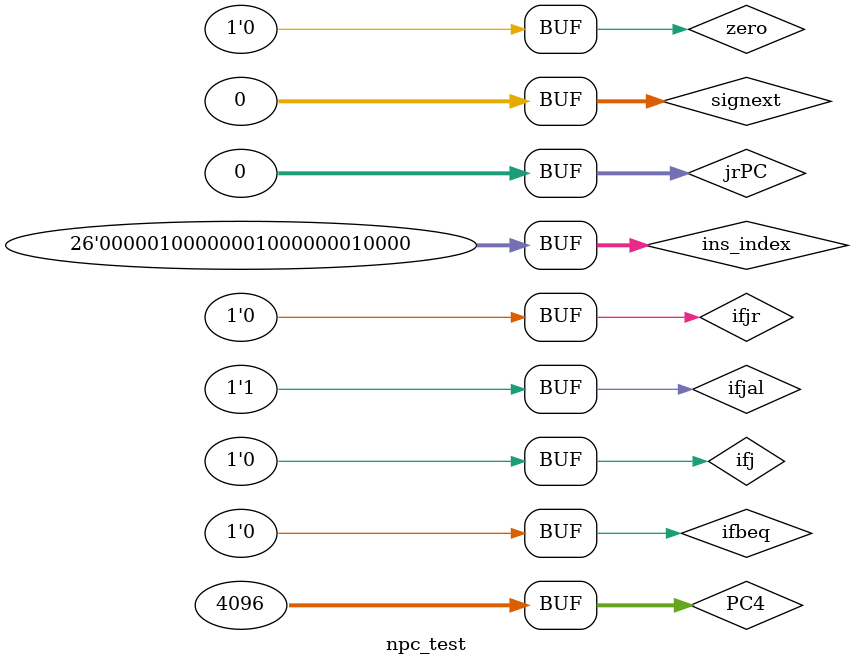
<source format=v>
`timescale 1ns / 1ps


module npc_test;

	// Inputs
	reg [31:0] PC4;
	reg ifbeq;
	reg zero;
	reg [31:0] signext;
	reg [25:0] ins_index;
	reg ifjal;
	reg [31:0] jrPC;
	reg ifjr;
	reg ifj;

	// Outputs
	wire [31:0] NPC;

	// Instantiate the Unit Under Test (UUT)
	NPC uut (
		.PC4(PC4), 
		.NPC(NPC), 
		.ifbeq(ifbeq), 
		.zero(zero), 
		.signext(signext), 
		.ins_index(ins_index), 
		.ifjal(ifjal), 
		.jrPC(jrPC), 
		.ifjr(ifjr), 
		.ifj(ifj)
	);

	initial begin
		// Initialize Inputs
		PC4 = 32'h00001000;
		ifbeq = 0;
		zero = 0;
		signext = 0;
		ins_index = 26'h10101010101010101010101010;
		ifjal = 1;
		jrPC = 0;
		ifjr = 0;
		ifj = 0;

		// Wait 100 ns for global reset to finish
		#100;
        
		// Add stimulus here

	end
      
endmodule


</source>
